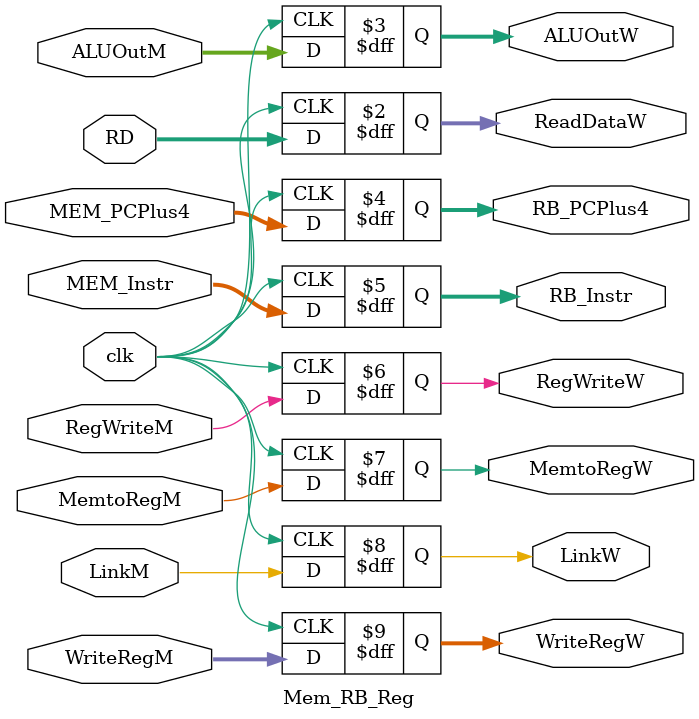
<source format=v>
module Mem_RB_Reg(clk,RegWriteM,MemtoRegM,WriteRegM,RD,ALUOutM,LinkM,MEM_PCPlus4,MEM_Instr,RegWriteW,MemtoRegW,
WriteRegW,ReadDataW,ALUOutW,LinkW,RB_PCPlus4,RB_Instr);
input clk,RegWriteM,MemtoRegM,LinkM;
input wire[4:0] WriteRegM;
input wire[31:0] RD,ALUOutM,MEM_PCPlus4,MEM_Instr;
output reg[31:0] ReadDataW,ALUOutW,RB_PCPlus4,RB_Instr;
output reg RegWriteW,MemtoRegW,LinkW;
output reg[4:0] WriteRegW;
always @ (posedge clk)
begin
    RegWriteW<=RegWriteM;
    MemtoRegW<=MemtoRegM;
    WriteRegW<=WriteRegM;
    ReadDataW<=RD;
    ALUOutW<=ALUOutM;
    LinkW<=LinkM;
    RB_PCPlus4<=MEM_PCPlus4;
    RB_Instr<=MEM_Instr;
end
endmodule //mem_wb_reg
</source>
